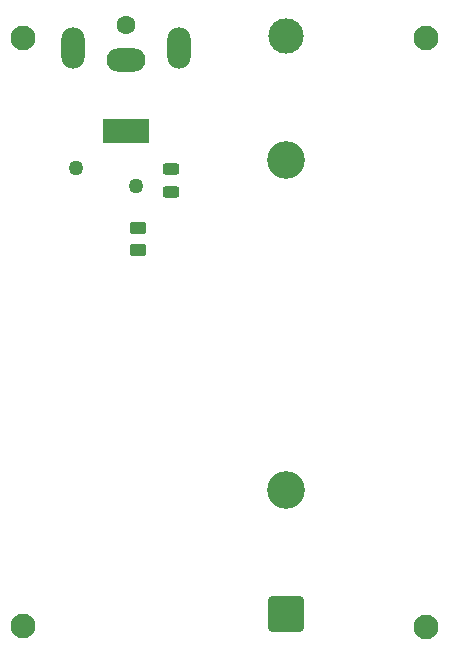
<source format=gbr>
%TF.GenerationSoftware,KiCad,Pcbnew,9.0.2*%
%TF.CreationDate,2025-06-25T22:40:44-04:00*%
%TF.ProjectId,NK_BMS,4e4b5f42-4d53-42e6-9b69-6361645f7063,rev?*%
%TF.SameCoordinates,Original*%
%TF.FileFunction,Soldermask,Top*%
%TF.FilePolarity,Negative*%
%FSLAX46Y46*%
G04 Gerber Fmt 4.6, Leading zero omitted, Abs format (unit mm)*
G04 Created by KiCad (PCBNEW 9.0.2) date 2025-06-25 22:40:44*
%MOMM*%
%LPD*%
G01*
G04 APERTURE LIST*
G04 Aperture macros list*
%AMRoundRect*
0 Rectangle with rounded corners*
0 $1 Rounding radius*
0 $2 $3 $4 $5 $6 $7 $8 $9 X,Y pos of 4 corners*
0 Add a 4 corners polygon primitive as box body*
4,1,4,$2,$3,$4,$5,$6,$7,$8,$9,$2,$3,0*
0 Add four circle primitives for the rounded corners*
1,1,$1+$1,$2,$3*
1,1,$1+$1,$4,$5*
1,1,$1+$1,$6,$7*
1,1,$1+$1,$8,$9*
0 Add four rect primitives between the rounded corners*
20,1,$1+$1,$2,$3,$4,$5,0*
20,1,$1+$1,$4,$5,$6,$7,0*
20,1,$1+$1,$6,$7,$8,$9,0*
20,1,$1+$1,$8,$9,$2,$3,0*%
G04 Aperture macros list end*
%ADD10C,2.100000*%
%ADD11RoundRect,0.243750X0.456250X-0.243750X0.456250X0.243750X-0.456250X0.243750X-0.456250X-0.243750X0*%
%ADD12C,1.270000*%
%ADD13C,3.200000*%
%ADD14RoundRect,0.250000X1.250000X-1.250000X1.250000X1.250000X-1.250000X1.250000X-1.250000X-1.250000X0*%
%ADD15C,3.000000*%
%ADD16C,1.600000*%
%ADD17R,4.000000X2.000000*%
%ADD18O,3.300000X2.000000*%
%ADD19O,2.000000X3.500000*%
%ADD20RoundRect,0.250000X-0.450000X0.262500X-0.450000X-0.262500X0.450000X-0.262500X0.450000X0.262500X0*%
G04 APERTURE END LIST*
D10*
%TO.C,H2*%
X118800000Y-70100000D03*
%TD*%
%TO.C,H4*%
X152900000Y-70100000D03*
%TD*%
%TO.C,H3*%
X152900000Y-120000000D03*
%TD*%
%TO.C,H1*%
X118800000Y-119900000D03*
%TD*%
D11*
%TO.C,D2*%
X131300000Y-83137500D03*
X131300000Y-81262500D03*
%TD*%
D12*
%TO.C,F1*%
X123250000Y-81100000D03*
X128350000Y-82700000D03*
%TD*%
D13*
%TO.C,CN2*%
X141100000Y-108382500D03*
X141100000Y-80482500D03*
D14*
X141100000Y-118882500D03*
D15*
X141100000Y-69982500D03*
%TD*%
D16*
%TO.C,CN1*%
X127500000Y-69000000D03*
D17*
X127500000Y-78000000D03*
D18*
X127500000Y-72000000D03*
D19*
X132000000Y-71000000D03*
X123000000Y-71000000D03*
%TD*%
D20*
%TO.C,R1*%
X128500000Y-86237500D03*
X128500000Y-88062500D03*
%TD*%
M02*

</source>
